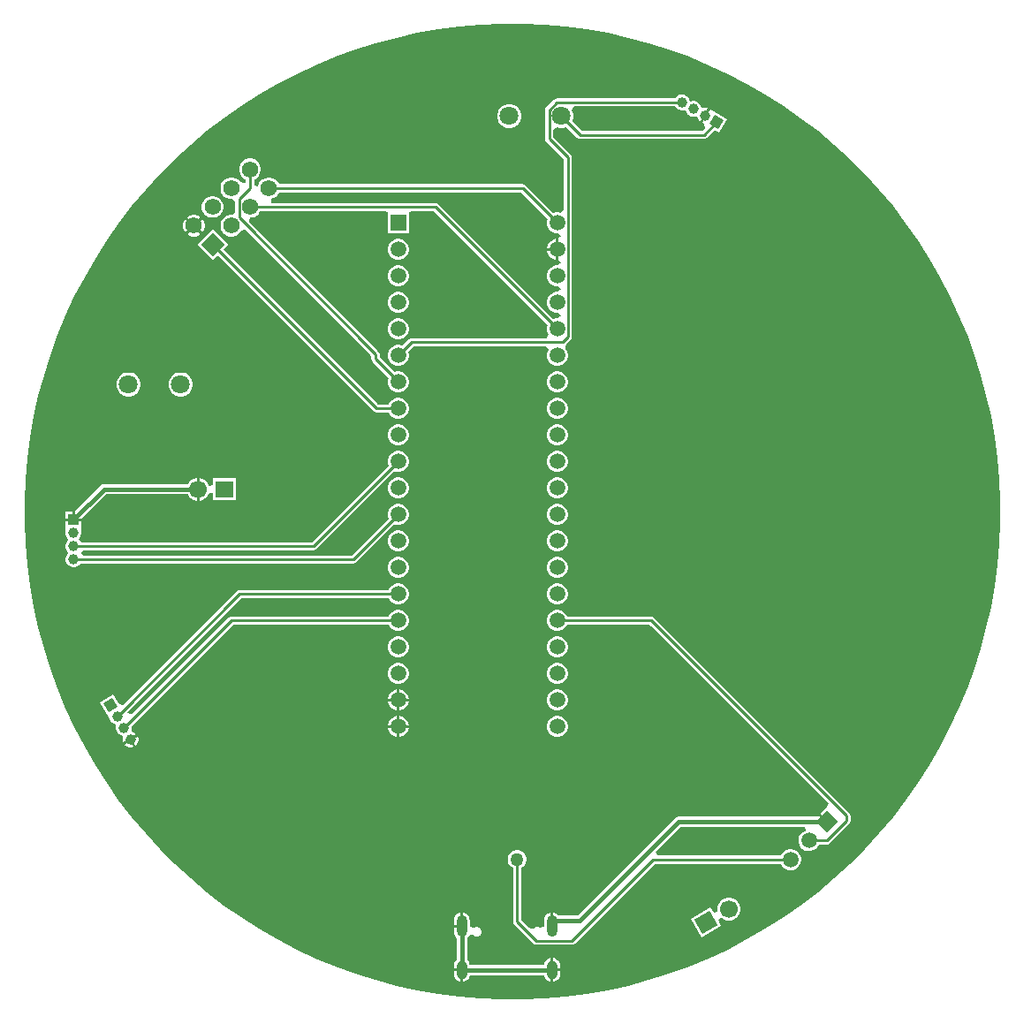
<source format=gbl>
G04*
G04 #@! TF.GenerationSoftware,Altium Limited,Altium Designer,24.6.1 (21)*
G04*
G04 Layer_Physical_Order=2*
G04 Layer_Color=16711680*
%FSLAX25Y25*%
%MOIN*%
G70*
G04*
G04 #@! TF.SameCoordinates,810A1A35-3EFD-48DE-86EF-F02317520920*
G04*
G04*
G04 #@! TF.FilePolarity,Positive*
G04*
G01*
G75*
%ADD11C,0.01000*%
%ADD60C,0.01800*%
G04:AMPARAMS|DCode=61|XSize=66.93mil|YSize=62mil|CornerRadius=0mil|HoleSize=0mil|Usage=FLASHONLY|Rotation=30.000|XOffset=0mil|YOffset=0mil|HoleType=Round|Shape=Rectangle|*
%AMROTATEDRECTD61*
4,1,4,-0.01348,-0.04358,-0.04448,0.01011,0.01348,0.04358,0.04448,-0.01011,-0.01348,-0.04358,0.0*
%
%ADD61ROTATEDRECTD61*%

%ADD62C,0.06693*%
%ADD63C,0.05906*%
%ADD64P,0.08352X4X91.0*%
%ADD65O,0.03937X0.08268*%
%ADD66O,0.03937X0.07087*%
%ADD67C,0.07087*%
%ADD68R,0.03937X0.03937*%
%ADD69C,0.03937*%
%ADD70P,0.05568X4X345.0*%
%ADD71P,0.05568X4X195.0*%
%ADD72P,0.08768X4X90.0*%
%ADD73C,0.06200*%
%ADD74R,0.05906X0.05906*%
%ADD75R,0.06693X0.06200*%
%ADD76C,0.05000*%
G36*
X12042Y183718D02*
X20044Y183017D01*
X28008Y181969D01*
X35918Y180574D01*
X43761Y178835D01*
X51520Y176756D01*
X59181Y174341D01*
X66729Y171594D01*
X74150Y168520D01*
X81431Y165125D01*
X88556Y161416D01*
X95512Y157399D01*
X102287Y153083D01*
X108867Y148476D01*
X115240Y143586D01*
X121393Y138423D01*
X127316Y132996D01*
X132996Y127316D01*
X138423Y121393D01*
X143586Y115240D01*
X148476Y108867D01*
X153083Y102287D01*
X157399Y95512D01*
X161416Y88556D01*
X165125Y81431D01*
X168520Y74150D01*
X171594Y66729D01*
X174341Y59181D01*
X176756Y51520D01*
X178835Y43761D01*
X180574Y35918D01*
X181969Y28008D01*
X183017Y20044D01*
X183718Y12042D01*
X184068Y4016D01*
Y0D01*
Y-4016D01*
X183718Y-12042D01*
X183017Y-20044D01*
X181969Y-28008D01*
X180574Y-35918D01*
X178835Y-43761D01*
X176756Y-51520D01*
X174341Y-59181D01*
X171594Y-66729D01*
X168520Y-74150D01*
X165125Y-81431D01*
X161416Y-88556D01*
X157399Y-95512D01*
X153083Y-102287D01*
X148476Y-108867D01*
X143586Y-115240D01*
X138423Y-121393D01*
X132996Y-127316D01*
X127316Y-132996D01*
X121393Y-138423D01*
X115240Y-143586D01*
X108867Y-148476D01*
X102287Y-153083D01*
X95512Y-157399D01*
X88556Y-161416D01*
X81431Y-165125D01*
X74150Y-168520D01*
X66729Y-171594D01*
X59181Y-174341D01*
X51520Y-176756D01*
X43761Y-178835D01*
X35918Y-180574D01*
X28008Y-181969D01*
X20044Y-183017D01*
X12042Y-183718D01*
X4016Y-184068D01*
X-4016D01*
X-12042Y-183718D01*
X-20044Y-183017D01*
X-28008Y-181969D01*
X-35918Y-180574D01*
X-43761Y-178835D01*
X-51520Y-176756D01*
X-59181Y-174341D01*
X-66729Y-171594D01*
X-74150Y-168520D01*
X-81431Y-165125D01*
X-88556Y-161416D01*
X-95512Y-157399D01*
X-102287Y-153083D01*
X-108867Y-148476D01*
X-115240Y-143586D01*
X-121393Y-138423D01*
X-127316Y-132996D01*
X-132996Y-127316D01*
X-138423Y-121393D01*
X-143586Y-115240D01*
X-148476Y-108867D01*
X-153083Y-102287D01*
X-157399Y-95512D01*
X-161416Y-88556D01*
X-165125Y-81431D01*
X-168520Y-74150D01*
X-171594Y-66729D01*
X-174341Y-59181D01*
X-176756Y-51520D01*
X-178835Y-43761D01*
X-180574Y-35918D01*
X-181969Y-28008D01*
X-183017Y-20044D01*
X-183718Y-12042D01*
X-184068Y-4016D01*
Y0D01*
Y4016D01*
X-183718Y12042D01*
X-183017Y20044D01*
X-181969Y28008D01*
X-180574Y35918D01*
X-178835Y43761D01*
X-176756Y51520D01*
X-174341Y59181D01*
X-171594Y66729D01*
X-168520Y74150D01*
X-165125Y81431D01*
X-161416Y88556D01*
X-157399Y95512D01*
X-153083Y102287D01*
X-148476Y108867D01*
X-143586Y115240D01*
X-138423Y121393D01*
X-132996Y127316D01*
X-127316Y132996D01*
X-121393Y138423D01*
X-115240Y143586D01*
X-108867Y148476D01*
X-102287Y153083D01*
X-95512Y157399D01*
X-88556Y161416D01*
X-81431Y165125D01*
X-74150Y168520D01*
X-66729Y171594D01*
X-59181Y174341D01*
X-51520Y176756D01*
X-43761Y178835D01*
X-35918Y180574D01*
X-28008Y181969D01*
X-20044Y183017D01*
X-12042Y183718D01*
X-4016Y184068D01*
X4016D01*
X12042Y183718D01*
D02*
G37*
%LPC*%
G36*
X64436Y157433D02*
X63654D01*
X62899Y157231D01*
X62222Y156840D01*
X61670Y156287D01*
X61501Y155994D01*
X16864D01*
X16279Y155877D01*
X15783Y155546D01*
X12819Y152581D01*
X12487Y152085D01*
X12371Y151500D01*
Y140800D01*
X12487Y140215D01*
X12819Y139719D01*
X19471Y133066D01*
Y113870D01*
X19226Y113563D01*
X17971Y112832D01*
X17520Y112953D01*
X16480D01*
X15478Y112685D01*
X5010Y123152D01*
X4514Y123484D01*
X3929Y123600D01*
X-88023D01*
X-88037Y123653D01*
X-88577Y124589D01*
X-89340Y125352D01*
X-90275Y125892D01*
X-91318Y126171D01*
X-92398D01*
X-93440Y125892D01*
X-94375Y125352D01*
X-95139Y124589D01*
X-95678Y123653D01*
X-95820Y123124D01*
X-95900Y122828D01*
X-97400Y123025D01*
X-97400Y123244D01*
Y125307D01*
X-97347Y125322D01*
X-96412Y125861D01*
X-95648Y126625D01*
X-95108Y127560D01*
X-94829Y128602D01*
Y129682D01*
X-95108Y130725D01*
X-95648Y131660D01*
X-96412Y132423D01*
X-97347Y132963D01*
X-98389Y133242D01*
X-99469D01*
X-100512Y132963D01*
X-101446Y132423D01*
X-102210Y131660D01*
X-102750Y130725D01*
X-103029Y129682D01*
Y128602D01*
X-102750Y127560D01*
X-102210Y126625D01*
X-101446Y125861D01*
X-100747Y125457D01*
X-100718Y124433D01*
X-100837Y123923D01*
X-100893Y123911D01*
X-102672Y124506D01*
X-102719Y124589D01*
X-103482Y125352D01*
X-104418Y125892D01*
X-105460Y126171D01*
X-106540D01*
X-107582Y125892D01*
X-108518Y125352D01*
X-109281Y124589D01*
X-109821Y123653D01*
X-110100Y122611D01*
Y121531D01*
X-109821Y120489D01*
X-109281Y119553D01*
X-108518Y118790D01*
X-107582Y118250D01*
X-106540Y117971D01*
X-106056D01*
X-105441Y117940D01*
X-104629Y116641D01*
Y112666D01*
X-105460Y112029D01*
X-106540D01*
X-107582Y111750D01*
X-108518Y111210D01*
X-109281Y110447D01*
X-109821Y109511D01*
X-110100Y108469D01*
Y107389D01*
X-109821Y106346D01*
X-109281Y105412D01*
X-108518Y104648D01*
X-107582Y104108D01*
X-106540Y103829D01*
X-105460D01*
X-104418Y104108D01*
X-103482Y104648D01*
X-102719Y105412D01*
X-102418Y105934D01*
X-101145Y106302D01*
X-100644Y106281D01*
X-53129Y58767D01*
Y57600D01*
X-53013Y57015D01*
X-52681Y56519D01*
X-46685Y50522D01*
X-46953Y49520D01*
Y48480D01*
X-46683Y47474D01*
X-46163Y46573D01*
X-45427Y45837D01*
X-44526Y45317D01*
X-43520Y45047D01*
X-42480D01*
X-41474Y45317D01*
X-40573Y45837D01*
X-39837Y46573D01*
X-39317Y47474D01*
X-39047Y48480D01*
Y49520D01*
X-39317Y50526D01*
X-39837Y51427D01*
X-40573Y52163D01*
X-41474Y52683D01*
X-42480Y52953D01*
X-43520D01*
X-44522Y52684D01*
X-50071Y58233D01*
Y59400D01*
X-50187Y59985D01*
X-50519Y60481D01*
X-99437Y109400D01*
X-98816Y110900D01*
X-98389D01*
X-97347Y111179D01*
X-96412Y111719D01*
X-95648Y112483D01*
X-95108Y113417D01*
X-95094Y113471D01*
X-48238D01*
X-46953Y112953D01*
X-46953Y111971D01*
Y105047D01*
X-39047D01*
Y111971D01*
X-39047Y112953D01*
X-37762Y113471D01*
X-29634D01*
X13316Y70522D01*
X13047Y69520D01*
Y68480D01*
X13317Y67474D01*
X13574Y67029D01*
X13033Y65787D01*
X12769Y65529D01*
X-38000D01*
X-38585Y65413D01*
X-39081Y65081D01*
X-41478Y62685D01*
X-42480Y62953D01*
X-43520D01*
X-44526Y62683D01*
X-45427Y62163D01*
X-46163Y61427D01*
X-46683Y60526D01*
X-46953Y59520D01*
Y58480D01*
X-46683Y57474D01*
X-46163Y56573D01*
X-45427Y55837D01*
X-44526Y55317D01*
X-43520Y55047D01*
X-42480D01*
X-41474Y55317D01*
X-40573Y55837D01*
X-39837Y56573D01*
X-39317Y57474D01*
X-39047Y58480D01*
Y59520D01*
X-39316Y60522D01*
X-37367Y62471D01*
X12769D01*
X13033Y62213D01*
X13574Y60971D01*
X13317Y60526D01*
X13047Y59520D01*
Y58480D01*
X13317Y57474D01*
X13837Y56573D01*
X14573Y55837D01*
X15474Y55317D01*
X16480Y55047D01*
X17520D01*
X18526Y55317D01*
X19427Y55837D01*
X20163Y56573D01*
X20683Y57474D01*
X20953Y58480D01*
Y59520D01*
X20683Y60526D01*
X20213Y61340D01*
X20162Y61441D01*
X20083Y62889D01*
X20371Y63209D01*
X22081Y64919D01*
X22413Y65415D01*
X22529Y66000D01*
Y133700D01*
X22413Y134285D01*
X22081Y134781D01*
X15429Y141434D01*
Y144064D01*
X16465Y144822D01*
X16929Y144985D01*
X17907Y144723D01*
X19104D01*
X20259Y145033D01*
X20461Y145149D01*
X24492Y141119D01*
X24988Y140787D01*
X25573Y140671D01*
X72271D01*
X72856Y140787D01*
X73353Y141119D01*
X76234Y144000D01*
X78122Y142909D01*
X81091Y148051D01*
X75949Y151019D01*
D01*
X74631Y151737D01*
X74608Y151760D01*
X73138Y149214D01*
X71669Y146669D01*
X71700Y146660D01*
X72347Y146265D01*
X72683Y144775D01*
X71638Y143729D01*
X26206D01*
X22623Y147312D01*
X22739Y147513D01*
X23049Y148668D01*
Y149864D01*
X22739Y151020D01*
X22500Y151435D01*
X23269Y152929D01*
X23277Y152935D01*
X61501D01*
X61670Y152642D01*
X62222Y152089D01*
X62899Y151698D01*
X63654Y151496D01*
X64436D01*
X65256Y151561D01*
X65609Y150819D01*
X66000Y150142D01*
X66553Y149589D01*
X67229Y149198D01*
X67984Y148996D01*
X68766D01*
X69586Y149062D01*
X69939Y148319D01*
X70330Y147642D01*
X70803Y147169D01*
X72272Y149714D01*
X73742Y152260D01*
X73096Y152433D01*
X72315D01*
X71495Y152367D01*
X71141Y153110D01*
X70751Y153787D01*
X70198Y154340D01*
X69521Y154731D01*
X68766Y154933D01*
X67984D01*
X67164Y154867D01*
X66811Y155610D01*
X66421Y156287D01*
X65868Y156840D01*
X65191Y157231D01*
X64436Y157433D01*
D02*
G37*
G36*
X-581Y153810D02*
X-1778D01*
X-2933Y153500D01*
X-3969Y152902D01*
X-4815Y152056D01*
X-5413Y151020D01*
X-5723Y149864D01*
Y148668D01*
X-5413Y147513D01*
X-4815Y146477D01*
X-3969Y145631D01*
X-2933Y145033D01*
X-1778Y144723D01*
X-581D01*
X574Y145033D01*
X1610Y145631D01*
X2456Y146477D01*
X3054Y147513D01*
X3364Y148668D01*
Y149864D01*
X3054Y151020D01*
X2456Y152056D01*
X1610Y152902D01*
X574Y153500D01*
X-581Y153810D01*
D02*
G37*
G36*
X-112531Y119100D02*
X-113611D01*
X-114654Y118821D01*
X-115588Y118281D01*
X-116352Y117517D01*
X-116892Y116583D01*
X-117171Y115540D01*
Y114460D01*
X-116892Y113417D01*
X-116352Y112483D01*
X-115588Y111719D01*
X-114654Y111179D01*
X-113611Y110900D01*
X-112531D01*
X-111488Y111179D01*
X-110554Y111719D01*
X-109790Y112483D01*
X-109250Y113417D01*
X-108971Y114460D01*
Y115540D01*
X-109250Y116583D01*
X-109790Y117517D01*
X-110554Y118281D01*
X-111488Y118821D01*
X-112531Y119100D01*
D02*
G37*
G36*
X-119602Y112029D02*
X-120682D01*
X-121725Y111750D01*
X-122660Y111210D01*
X-122688Y111182D01*
X-120142Y108636D01*
X-117597Y111182D01*
X-117625Y111210D01*
X-118560Y111750D01*
X-119602Y112029D01*
D02*
G37*
G36*
X-116890Y110475D02*
X-119435Y107929D01*
X-116890Y105383D01*
X-116861Y105412D01*
X-116322Y106346D01*
X-116042Y107389D01*
Y108469D01*
X-116322Y109511D01*
X-116861Y110447D01*
X-116890Y110475D01*
D02*
G37*
G36*
X-123395D02*
X-123423Y110447D01*
X-123963Y109511D01*
X-124242Y108469D01*
Y107389D01*
X-123963Y106346D01*
X-123423Y105412D01*
X-123395Y105383D01*
X-120849Y107929D01*
X-123395Y110475D01*
D02*
G37*
G36*
X-120142Y107222D02*
X-122688Y104676D01*
X-122660Y104648D01*
X-121725Y104108D01*
X-120682Y103829D01*
X-119602D01*
X-118560Y104108D01*
X-117625Y104648D01*
X-117597Y104676D01*
X-120142Y107222D01*
D02*
G37*
G36*
X-42480Y102953D02*
X-43520D01*
X-44526Y102683D01*
X-45427Y102163D01*
X-46163Y101427D01*
X-46683Y100526D01*
X-46953Y99520D01*
Y98480D01*
X-46683Y97474D01*
X-46163Y96573D01*
X-45427Y95837D01*
X-44526Y95317D01*
X-43520Y95047D01*
X-42480D01*
X-41474Y95317D01*
X-40573Y95837D01*
X-39837Y96573D01*
X-39317Y97474D01*
X-39047Y98480D01*
Y99520D01*
X-39317Y100526D01*
X-39837Y101427D01*
X-40573Y102163D01*
X-41474Y102683D01*
X-42480Y102953D01*
D02*
G37*
G36*
Y92953D02*
X-43520D01*
X-44526Y92683D01*
X-45427Y92163D01*
X-46163Y91427D01*
X-46683Y90526D01*
X-46953Y89520D01*
Y88480D01*
X-46683Y87474D01*
X-46163Y86573D01*
X-45427Y85837D01*
X-44526Y85317D01*
X-43520Y85047D01*
X-42480D01*
X-41474Y85317D01*
X-40573Y85837D01*
X-39837Y86573D01*
X-39317Y87474D01*
X-39047Y88480D01*
Y89520D01*
X-39317Y90526D01*
X-39837Y91427D01*
X-40573Y92163D01*
X-41474Y92683D01*
X-42480Y92953D01*
D02*
G37*
G36*
Y82953D02*
X-43520D01*
X-44526Y82683D01*
X-45427Y82163D01*
X-46163Y81427D01*
X-46683Y80526D01*
X-46953Y79520D01*
Y78480D01*
X-46683Y77474D01*
X-46163Y76573D01*
X-45427Y75837D01*
X-44526Y75317D01*
X-43520Y75047D01*
X-42480D01*
X-41474Y75317D01*
X-40573Y75837D01*
X-39837Y76573D01*
X-39317Y77474D01*
X-39047Y78480D01*
Y79520D01*
X-39317Y80526D01*
X-39837Y81427D01*
X-40573Y82163D01*
X-41474Y82683D01*
X-42480Y82953D01*
D02*
G37*
G36*
Y72953D02*
X-43520D01*
X-44526Y72683D01*
X-45427Y72163D01*
X-46163Y71427D01*
X-46683Y70526D01*
X-46953Y69520D01*
Y68480D01*
X-46683Y67474D01*
X-46163Y66573D01*
X-45427Y65837D01*
X-44526Y65317D01*
X-43520Y65047D01*
X-42480D01*
X-41474Y65317D01*
X-40573Y65837D01*
X-39837Y66573D01*
X-39317Y67474D01*
X-39047Y68480D01*
Y69520D01*
X-39317Y70526D01*
X-39837Y71427D01*
X-40573Y72163D01*
X-41474Y72683D01*
X-42480Y72953D01*
D02*
G37*
G36*
X17520Y52953D02*
X16480D01*
X15474Y52683D01*
X14573Y52163D01*
X13837Y51427D01*
X13317Y50526D01*
X13047Y49520D01*
Y48480D01*
X13317Y47474D01*
X13837Y46573D01*
X14573Y45837D01*
X15474Y45317D01*
X16480Y45047D01*
X17520D01*
X18526Y45317D01*
X19427Y45837D01*
X20163Y46573D01*
X20683Y47474D01*
X20953Y48480D01*
Y49520D01*
X20683Y50526D01*
X20163Y51427D01*
X19427Y52163D01*
X18526Y52683D01*
X17520Y52953D01*
D02*
G37*
G36*
X-124511Y52543D02*
X-125707D01*
X-126863Y52234D01*
X-127899Y51635D01*
X-128744Y50790D01*
X-129343Y49754D01*
X-129652Y48598D01*
Y47402D01*
X-129343Y46246D01*
X-128744Y45210D01*
X-127899Y44365D01*
X-126863Y43766D01*
X-125707Y43457D01*
X-124511D01*
X-123355Y43766D01*
X-122319Y44365D01*
X-121474Y45210D01*
X-120875Y46246D01*
X-120566Y47402D01*
Y48598D01*
X-120875Y49754D01*
X-121474Y50790D01*
X-122319Y51635D01*
X-123355Y52234D01*
X-124511Y52543D01*
D02*
G37*
G36*
X-144196D02*
X-145392D01*
X-146548Y52234D01*
X-147584Y51635D01*
X-148430Y50790D01*
X-149028Y49754D01*
X-149337Y48598D01*
Y47402D01*
X-149028Y46246D01*
X-148430Y45210D01*
X-147584Y44365D01*
X-146548Y43766D01*
X-145392Y43457D01*
X-144196D01*
X-143040Y43766D01*
X-142004Y44365D01*
X-141158Y45210D01*
X-140560Y46246D01*
X-140251Y47402D01*
Y48598D01*
X-140560Y49754D01*
X-141158Y50790D01*
X-142004Y51635D01*
X-143040Y52234D01*
X-144196Y52543D01*
D02*
G37*
G36*
X17520Y42953D02*
X16480D01*
X15474Y42683D01*
X14573Y42163D01*
X13837Y41427D01*
X13317Y40526D01*
X13047Y39520D01*
Y38480D01*
X13317Y37474D01*
X13837Y36573D01*
X14573Y35837D01*
X15474Y35317D01*
X16480Y35047D01*
X17520D01*
X18526Y35317D01*
X19427Y35837D01*
X20163Y36573D01*
X20683Y37474D01*
X20953Y38480D01*
Y39520D01*
X20683Y40526D01*
X20163Y41427D01*
X19427Y42163D01*
X18526Y42683D01*
X17520Y42953D01*
D02*
G37*
G36*
X-113071Y106656D02*
X-118869Y100858D01*
X-113071Y95060D01*
X-111253Y96877D01*
X-52295Y37919D01*
X-51798Y37587D01*
X-51213Y37471D01*
X-46681D01*
X-46163Y36573D01*
X-45427Y35837D01*
X-44526Y35317D01*
X-43520Y35047D01*
X-42480D01*
X-41474Y35317D01*
X-40573Y35837D01*
X-39837Y36573D01*
X-39317Y37474D01*
X-39047Y38480D01*
Y39520D01*
X-39317Y40526D01*
X-39837Y41427D01*
X-40573Y42163D01*
X-41474Y42683D01*
X-42480Y42953D01*
X-43520D01*
X-44526Y42683D01*
X-45427Y42163D01*
X-46163Y41427D01*
X-46681Y40529D01*
X-50580D01*
X-109090Y99040D01*
X-107273Y100858D01*
X-113071Y106656D01*
D02*
G37*
G36*
X17520Y32953D02*
X16480D01*
X15474Y32683D01*
X14573Y32163D01*
X13837Y31427D01*
X13317Y30526D01*
X13047Y29520D01*
Y28480D01*
X13317Y27474D01*
X13837Y26573D01*
X14573Y25837D01*
X15474Y25317D01*
X16480Y25047D01*
X17520D01*
X18526Y25317D01*
X19427Y25837D01*
X20163Y26573D01*
X20683Y27474D01*
X20953Y28480D01*
Y29520D01*
X20683Y30526D01*
X20163Y31427D01*
X19427Y32163D01*
X18526Y32683D01*
X17520Y32953D01*
D02*
G37*
G36*
X-42480D02*
X-43520D01*
X-44526Y32683D01*
X-45427Y32163D01*
X-46163Y31427D01*
X-46683Y30526D01*
X-46953Y29520D01*
Y28480D01*
X-46683Y27474D01*
X-46163Y26573D01*
X-45427Y25837D01*
X-44526Y25317D01*
X-43520Y25047D01*
X-42480D01*
X-41474Y25317D01*
X-40573Y25837D01*
X-39837Y26573D01*
X-39317Y27474D01*
X-39047Y28480D01*
Y29520D01*
X-39317Y30526D01*
X-39837Y31427D01*
X-40573Y32163D01*
X-41474Y32683D01*
X-42480Y32953D01*
D02*
G37*
G36*
X17520Y22953D02*
X16480D01*
X15474Y22683D01*
X14573Y22163D01*
X13837Y21427D01*
X13317Y20526D01*
X13047Y19520D01*
Y18480D01*
X13317Y17474D01*
X13837Y16573D01*
X14573Y15837D01*
X15474Y15317D01*
X16480Y15047D01*
X17520D01*
X18526Y15317D01*
X19427Y15837D01*
X20163Y16573D01*
X20683Y17474D01*
X20953Y18480D01*
Y19520D01*
X20683Y20526D01*
X20163Y21427D01*
X19427Y22163D01*
X18526Y22683D01*
X17520Y22953D01*
D02*
G37*
G36*
X-42480D02*
X-43520D01*
X-44526Y22683D01*
X-45427Y22163D01*
X-46163Y21427D01*
X-46683Y20526D01*
X-46953Y19520D01*
Y18480D01*
X-46685Y17478D01*
X-75634Y-11471D01*
X-162743D01*
X-163485Y-10283D01*
X-163168Y-9823D01*
X-162777Y-9146D01*
X-162575Y-8391D01*
Y-7609D01*
X-162613Y-7468D01*
X-162575Y-5968D01*
X-162575D01*
Y-3500D01*
X-165543D01*
X-168512D01*
Y-5968D01*
X-168512Y-5968D01*
X-168474Y-7468D01*
X-168512Y-7609D01*
Y-8391D01*
X-168310Y-9146D01*
X-167919Y-9823D01*
X-167452Y-10500D01*
X-167919Y-11177D01*
X-168310Y-11854D01*
X-168512Y-12609D01*
Y-13391D01*
X-168310Y-14146D01*
X-167919Y-14823D01*
X-167452Y-15500D01*
X-167919Y-16177D01*
X-168310Y-16854D01*
X-168512Y-17609D01*
Y-18391D01*
X-168310Y-19146D01*
X-167919Y-19823D01*
X-167366Y-20375D01*
X-166689Y-20766D01*
X-165934Y-20968D01*
X-165153D01*
X-164398Y-20766D01*
X-163721Y-20375D01*
X-163168Y-19823D01*
X-162999Y-19529D01*
X-60000D01*
X-59415Y-19413D01*
X-58919Y-19081D01*
X-44522Y-4685D01*
X-43520Y-4953D01*
X-42480D01*
X-41474Y-4683D01*
X-40573Y-4163D01*
X-39837Y-3427D01*
X-39317Y-2526D01*
X-39047Y-1520D01*
Y-480D01*
X-39317Y526D01*
X-39837Y1427D01*
X-40573Y2163D01*
X-41474Y2683D01*
X-42480Y2953D01*
X-43520D01*
X-44526Y2683D01*
X-45427Y2163D01*
X-46163Y1427D01*
X-46683Y526D01*
X-46953Y-480D01*
Y-1520D01*
X-46685Y-2522D01*
X-60633Y-16471D01*
X-161880D01*
X-162443Y-15500D01*
X-161880Y-14529D01*
X-75000D01*
X-74415Y-14413D01*
X-73919Y-14081D01*
X-44522Y15315D01*
X-43520Y15047D01*
X-42480D01*
X-41474Y15317D01*
X-40573Y15837D01*
X-39837Y16573D01*
X-39317Y17474D01*
X-39047Y18480D01*
Y19520D01*
X-39317Y20526D01*
X-39837Y21427D01*
X-40573Y22163D01*
X-41474Y22683D01*
X-42480Y22953D01*
D02*
G37*
G36*
X17520Y12953D02*
X16480D01*
X15474Y12683D01*
X14573Y12163D01*
X13837Y11427D01*
X13317Y10526D01*
X13047Y9520D01*
Y8480D01*
X13317Y7474D01*
X13837Y6573D01*
X14573Y5837D01*
X15474Y5317D01*
X16480Y5047D01*
X17520D01*
X18526Y5317D01*
X19427Y5837D01*
X20163Y6573D01*
X20683Y7474D01*
X20953Y8480D01*
Y9520D01*
X20683Y10526D01*
X20163Y11427D01*
X19427Y12163D01*
X18526Y12683D01*
X17520Y12953D01*
D02*
G37*
G36*
X-42480D02*
X-43520D01*
X-44526Y12683D01*
X-45427Y12163D01*
X-46163Y11427D01*
X-46683Y10526D01*
X-46953Y9520D01*
Y8480D01*
X-46683Y7474D01*
X-46163Y6573D01*
X-45427Y5837D01*
X-44526Y5317D01*
X-43520Y5047D01*
X-42480D01*
X-41474Y5317D01*
X-40573Y5837D01*
X-39837Y6573D01*
X-39317Y7474D01*
X-39047Y8480D01*
Y9520D01*
X-39317Y10526D01*
X-39837Y11427D01*
X-40573Y12163D01*
X-41474Y12683D01*
X-42480Y12953D01*
D02*
G37*
G36*
X-117928Y12846D02*
X-118000D01*
Y8500D01*
Y4154D01*
X-117928D01*
X-116822Y4450D01*
X-115831Y5022D01*
X-115022Y5831D01*
X-114450Y6822D01*
X-114347Y7208D01*
X-112847Y7010D01*
Y4400D01*
X-104154D01*
Y12600D01*
X-112847D01*
Y9990D01*
X-114347Y9792D01*
X-114450Y10178D01*
X-115022Y11169D01*
X-115831Y11978D01*
X-116822Y12550D01*
X-117928Y12846D01*
D02*
G37*
G36*
X-119000D02*
X-119072D01*
X-120178Y12550D01*
X-121169Y11978D01*
X-121978Y11169D01*
X-122400Y10437D01*
X-154043D01*
X-154785Y10290D01*
X-155413Y9870D01*
X-165043Y240D01*
Y-2500D01*
X-162304D01*
X-153241Y6563D01*
X-122400D01*
X-121978Y5831D01*
X-121169Y5022D01*
X-120178Y4450D01*
X-119072Y4154D01*
X-119000D01*
Y8500D01*
Y12846D01*
D02*
G37*
G36*
X-166043Y-32D02*
X-168512D01*
Y-2500D01*
X-166043D01*
Y-32D01*
D02*
G37*
G36*
X17520Y2953D02*
X16480D01*
X15474Y2683D01*
X14573Y2163D01*
X13837Y1427D01*
X13317Y526D01*
X13047Y-480D01*
Y-1520D01*
X13317Y-2526D01*
X13837Y-3427D01*
X14573Y-4163D01*
X15474Y-4683D01*
X16480Y-4953D01*
X17520D01*
X18526Y-4683D01*
X19427Y-4163D01*
X20163Y-3427D01*
X20683Y-2526D01*
X20953Y-1520D01*
Y-480D01*
X20683Y526D01*
X20163Y1427D01*
X19427Y2163D01*
X18526Y2683D01*
X17520Y2953D01*
D02*
G37*
G36*
Y-7047D02*
X16480D01*
X15474Y-7317D01*
X14573Y-7837D01*
X13837Y-8573D01*
X13317Y-9474D01*
X13047Y-10480D01*
Y-11520D01*
X13317Y-12526D01*
X13837Y-13427D01*
X14573Y-14163D01*
X15474Y-14683D01*
X16480Y-14953D01*
X17520D01*
X18526Y-14683D01*
X19427Y-14163D01*
X20163Y-13427D01*
X20683Y-12526D01*
X20953Y-11520D01*
Y-10480D01*
X20683Y-9474D01*
X20163Y-8573D01*
X19427Y-7837D01*
X18526Y-7317D01*
X17520Y-7047D01*
D02*
G37*
G36*
X-42480D02*
X-43520D01*
X-44526Y-7317D01*
X-45427Y-7837D01*
X-46163Y-8573D01*
X-46683Y-9474D01*
X-46953Y-10480D01*
Y-11520D01*
X-46683Y-12526D01*
X-46163Y-13427D01*
X-45427Y-14163D01*
X-44526Y-14683D01*
X-43520Y-14953D01*
X-42480D01*
X-41474Y-14683D01*
X-40573Y-14163D01*
X-39837Y-13427D01*
X-39317Y-12526D01*
X-39047Y-11520D01*
Y-10480D01*
X-39317Y-9474D01*
X-39837Y-8573D01*
X-40573Y-7837D01*
X-41474Y-7317D01*
X-42480Y-7047D01*
D02*
G37*
G36*
X17520Y-17047D02*
X16480D01*
X15474Y-17317D01*
X14573Y-17837D01*
X13837Y-18573D01*
X13317Y-19474D01*
X13047Y-20480D01*
Y-21520D01*
X13317Y-22526D01*
X13837Y-23427D01*
X14573Y-24163D01*
X15474Y-24683D01*
X16480Y-24953D01*
X17520D01*
X18526Y-24683D01*
X19427Y-24163D01*
X20163Y-23427D01*
X20683Y-22526D01*
X20953Y-21520D01*
Y-20480D01*
X20683Y-19474D01*
X20163Y-18573D01*
X19427Y-17837D01*
X18526Y-17317D01*
X17520Y-17047D01*
D02*
G37*
G36*
X-42480D02*
X-43520D01*
X-44526Y-17317D01*
X-45427Y-17837D01*
X-46163Y-18573D01*
X-46683Y-19474D01*
X-46953Y-20480D01*
Y-21520D01*
X-46683Y-22526D01*
X-46163Y-23427D01*
X-45427Y-24163D01*
X-44526Y-24683D01*
X-43520Y-24953D01*
X-42480D01*
X-41474Y-24683D01*
X-40573Y-24163D01*
X-39837Y-23427D01*
X-39317Y-22526D01*
X-39047Y-21520D01*
Y-20480D01*
X-39317Y-19474D01*
X-39837Y-18573D01*
X-40573Y-17837D01*
X-41474Y-17317D01*
X-42480Y-17047D01*
D02*
G37*
G36*
X17520Y-27047D02*
X16480D01*
X15474Y-27317D01*
X14573Y-27837D01*
X13837Y-28573D01*
X13317Y-29474D01*
X13047Y-30480D01*
Y-31520D01*
X13317Y-32526D01*
X13837Y-33427D01*
X14573Y-34163D01*
X15474Y-34683D01*
X16480Y-34953D01*
X17520D01*
X18526Y-34683D01*
X19427Y-34163D01*
X20163Y-33427D01*
X20683Y-32526D01*
X20953Y-31520D01*
Y-30480D01*
X20683Y-29474D01*
X20163Y-28573D01*
X19427Y-27837D01*
X18526Y-27317D01*
X17520Y-27047D01*
D02*
G37*
G36*
X-42480D02*
X-43520D01*
X-44526Y-27317D01*
X-45427Y-27837D01*
X-46163Y-28573D01*
X-46681Y-29471D01*
X-102812D01*
X-103398Y-29587D01*
X-103894Y-29919D01*
X-146819Y-72843D01*
X-148306Y-72648D01*
X-150485Y-68874D01*
X-155626Y-71842D01*
X-152658Y-76984D01*
X-152658Y-76984D01*
X-151875Y-78264D01*
X-151837Y-78405D01*
X-151447Y-79082D01*
X-150894Y-79634D01*
X-150217Y-80025D01*
X-149474Y-80378D01*
X-149539Y-81198D01*
Y-81980D01*
X-149337Y-82735D01*
X-148946Y-83412D01*
X-148394Y-83965D01*
X-147717Y-84355D01*
X-146974Y-84708D01*
X-147040Y-85528D01*
Y-86310D01*
X-146867Y-86956D01*
X-144321Y-85486D01*
X-141776Y-84017D01*
X-142248Y-83544D01*
X-142925Y-83153D01*
X-143668Y-82800D01*
X-143603Y-81980D01*
Y-81198D01*
X-143690Y-80871D01*
X-105348Y-42529D01*
X-46681D01*
X-46163Y-43427D01*
X-45427Y-44163D01*
X-44526Y-44683D01*
X-43520Y-44953D01*
X-42480D01*
X-41474Y-44683D01*
X-40573Y-44163D01*
X-39837Y-43427D01*
X-39317Y-42526D01*
X-39047Y-41520D01*
Y-40480D01*
X-39317Y-39474D01*
X-39837Y-38573D01*
X-40573Y-37837D01*
X-41474Y-37317D01*
X-42480Y-37047D01*
X-43520D01*
X-44526Y-37317D01*
X-45427Y-37837D01*
X-46163Y-38573D01*
X-46681Y-39471D01*
X-105982D01*
X-106567Y-39587D01*
X-107063Y-39919D01*
X-143544Y-76399D01*
X-145177Y-75911D01*
X-145244Y-75594D01*
X-102179Y-32529D01*
X-46681D01*
X-46163Y-33427D01*
X-45427Y-34163D01*
X-44526Y-34683D01*
X-43520Y-34953D01*
X-42480D01*
X-41474Y-34683D01*
X-40573Y-34163D01*
X-39837Y-33427D01*
X-39317Y-32526D01*
X-39047Y-31520D01*
Y-30480D01*
X-39317Y-29474D01*
X-39837Y-28573D01*
X-40573Y-27837D01*
X-41474Y-27317D01*
X-42480Y-27047D01*
D02*
G37*
G36*
X17520Y-47047D02*
X16480D01*
X15474Y-47317D01*
X14573Y-47837D01*
X13837Y-48573D01*
X13317Y-49474D01*
X13047Y-50480D01*
Y-51520D01*
X13317Y-52526D01*
X13837Y-53427D01*
X14573Y-54163D01*
X15474Y-54683D01*
X16480Y-54953D01*
X17520D01*
X18526Y-54683D01*
X19427Y-54163D01*
X20163Y-53427D01*
X20683Y-52526D01*
X20953Y-51520D01*
Y-50480D01*
X20683Y-49474D01*
X20163Y-48573D01*
X19427Y-47837D01*
X18526Y-47317D01*
X17520Y-47047D01*
D02*
G37*
G36*
X-42480D02*
X-43520D01*
X-44526Y-47317D01*
X-45427Y-47837D01*
X-46163Y-48573D01*
X-46683Y-49474D01*
X-46953Y-50480D01*
Y-51520D01*
X-46683Y-52526D01*
X-46163Y-53427D01*
X-45427Y-54163D01*
X-44526Y-54683D01*
X-43520Y-54953D01*
X-42480D01*
X-41474Y-54683D01*
X-40573Y-54163D01*
X-39837Y-53427D01*
X-39317Y-52526D01*
X-39047Y-51520D01*
Y-50480D01*
X-39317Y-49474D01*
X-39837Y-48573D01*
X-40573Y-47837D01*
X-41474Y-47317D01*
X-42480Y-47047D01*
D02*
G37*
G36*
X17520Y-57047D02*
X16480D01*
X15474Y-57317D01*
X14573Y-57837D01*
X13837Y-58573D01*
X13317Y-59474D01*
X13047Y-60480D01*
Y-61520D01*
X13317Y-62526D01*
X13837Y-63427D01*
X14573Y-64163D01*
X15474Y-64683D01*
X16480Y-64953D01*
X17520D01*
X18526Y-64683D01*
X19427Y-64163D01*
X20163Y-63427D01*
X20683Y-62526D01*
X20953Y-61520D01*
Y-60480D01*
X20683Y-59474D01*
X20163Y-58573D01*
X19427Y-57837D01*
X18526Y-57317D01*
X17520Y-57047D01*
D02*
G37*
G36*
X-42480D02*
X-43520D01*
X-44526Y-57317D01*
X-45427Y-57837D01*
X-46163Y-58573D01*
X-46683Y-59474D01*
X-46953Y-60480D01*
Y-61520D01*
X-46683Y-62526D01*
X-46163Y-63427D01*
X-45427Y-64163D01*
X-44526Y-64683D01*
X-43520Y-64953D01*
X-42480D01*
X-41474Y-64683D01*
X-40573Y-64163D01*
X-39837Y-63427D01*
X-39317Y-62526D01*
X-39047Y-61520D01*
Y-60480D01*
X-39317Y-59474D01*
X-39837Y-58573D01*
X-40573Y-57837D01*
X-41474Y-57317D01*
X-42480Y-57047D01*
D02*
G37*
G36*
Y-67047D02*
X-42500D01*
Y-70500D01*
X-39047D01*
Y-70480D01*
X-39317Y-69474D01*
X-39837Y-68573D01*
X-40573Y-67837D01*
X-41474Y-67317D01*
X-42480Y-67047D01*
D02*
G37*
G36*
X-43500D02*
X-43520D01*
X-44526Y-67317D01*
X-45427Y-67837D01*
X-46163Y-68573D01*
X-46683Y-69474D01*
X-46953Y-70480D01*
Y-70500D01*
X-43500D01*
Y-67047D01*
D02*
G37*
G36*
X17520D02*
X16480D01*
X15474Y-67317D01*
X14573Y-67837D01*
X13837Y-68573D01*
X13317Y-69474D01*
X13047Y-70480D01*
Y-71520D01*
X13317Y-72526D01*
X13837Y-73427D01*
X14573Y-74163D01*
X15474Y-74683D01*
X16480Y-74953D01*
X17520D01*
X18526Y-74683D01*
X19427Y-74163D01*
X20163Y-73427D01*
X20683Y-72526D01*
X20953Y-71520D01*
Y-70480D01*
X20683Y-69474D01*
X20163Y-68573D01*
X19427Y-67837D01*
X18526Y-67317D01*
X17520Y-67047D01*
D02*
G37*
G36*
X-39047Y-71500D02*
X-42500D01*
Y-74953D01*
X-42480D01*
X-41474Y-74683D01*
X-40573Y-74163D01*
X-39837Y-73427D01*
X-39317Y-72526D01*
X-39047Y-71520D01*
Y-71500D01*
D02*
G37*
G36*
X-43500D02*
X-46953D01*
Y-71520D01*
X-46683Y-72526D01*
X-46163Y-73427D01*
X-45427Y-74163D01*
X-44526Y-74683D01*
X-43520Y-74953D01*
X-43500D01*
Y-71500D01*
D02*
G37*
G36*
X-42480Y-77047D02*
X-42500D01*
Y-80500D01*
X-39047D01*
Y-80480D01*
X-39317Y-79474D01*
X-39837Y-78573D01*
X-40573Y-77837D01*
X-41474Y-77317D01*
X-42480Y-77047D01*
D02*
G37*
G36*
X-43500D02*
X-43520D01*
X-44526Y-77317D01*
X-45427Y-77837D01*
X-46163Y-78573D01*
X-46683Y-79474D01*
X-46953Y-80480D01*
Y-80500D01*
X-43500D01*
Y-77047D01*
D02*
G37*
G36*
X17520D02*
X16480D01*
X15474Y-77317D01*
X14573Y-77837D01*
X13837Y-78573D01*
X13317Y-79474D01*
X13047Y-80480D01*
Y-81520D01*
X13317Y-82526D01*
X13837Y-83427D01*
X14573Y-84163D01*
X15474Y-84683D01*
X16480Y-84953D01*
X17520D01*
X18526Y-84683D01*
X19427Y-84163D01*
X20163Y-83427D01*
X20683Y-82526D01*
X20953Y-81520D01*
Y-80480D01*
X20683Y-79474D01*
X20163Y-78573D01*
X19427Y-77837D01*
X18526Y-77317D01*
X17520Y-77047D01*
D02*
G37*
G36*
X-39047Y-81500D02*
X-42500D01*
Y-84953D01*
X-42480D01*
X-41474Y-84683D01*
X-40573Y-84163D01*
X-39837Y-83427D01*
X-39317Y-82526D01*
X-39047Y-81520D01*
Y-81500D01*
D02*
G37*
G36*
X-43500D02*
X-46953D01*
Y-81520D01*
X-46683Y-82526D01*
X-46163Y-83427D01*
X-45427Y-84163D01*
X-44526Y-84683D01*
X-43520Y-84953D01*
X-43500D01*
Y-81500D01*
D02*
G37*
G36*
X-141276Y-84883D02*
X-143388Y-86102D01*
X-142169Y-88215D01*
X-141696Y-87742D01*
X-141305Y-87065D01*
X-141103Y-86310D01*
Y-85528D01*
X-141276Y-84883D01*
D02*
G37*
G36*
X-144254Y-86602D02*
X-146367Y-87822D01*
X-145894Y-88295D01*
X-145217Y-88685D01*
X-144462Y-88888D01*
X-143680D01*
X-143035Y-88715D01*
X-144254Y-86602D01*
D02*
G37*
G36*
X17520Y-37047D02*
X16480D01*
X15474Y-37317D01*
X14573Y-37837D01*
X13837Y-38573D01*
X13317Y-39474D01*
X13047Y-40480D01*
Y-41520D01*
X13317Y-42526D01*
X13837Y-43427D01*
X14573Y-44163D01*
X15474Y-44683D01*
X16480Y-44953D01*
X17520D01*
X18526Y-44683D01*
X19427Y-44163D01*
X20163Y-43427D01*
X20681Y-42529D01*
X51767D01*
X119249Y-110012D01*
X118776Y-111315D01*
X116377Y-113798D01*
X119220Y-116544D01*
X118526Y-117264D01*
X115682Y-114518D01*
X115249Y-114967D01*
X62796D01*
X62055Y-115114D01*
X61426Y-115534D01*
X24698Y-152263D01*
X17249D01*
X17125Y-152102D01*
X16505Y-151626D01*
X15783Y-151327D01*
X15508Y-151290D01*
Y-156384D01*
X14508D01*
Y-151290D01*
X14233Y-151327D01*
X13511Y-151626D01*
X12891Y-152102D01*
X12415Y-152722D01*
X12116Y-153444D01*
X12014Y-154219D01*
Y-156441D01*
X11832Y-156594D01*
X10514Y-156989D01*
X10473Y-156949D01*
X10375Y-156910D01*
X10299Y-156835D01*
X9834Y-156645D01*
X9727Y-156646D01*
X9629Y-156605D01*
X9127Y-156605D01*
X9029Y-156646D01*
X8922Y-156645D01*
X8457Y-156835D01*
X8381Y-156910D01*
X8283Y-156950D01*
X7924Y-157301D01*
X6912Y-157184D01*
X6373Y-157010D01*
X3329Y-153966D01*
Y-134359D01*
X3949Y-134001D01*
X4601Y-133349D01*
X5062Y-132551D01*
X5300Y-131661D01*
Y-130739D01*
X5062Y-129849D01*
X4601Y-129051D01*
X3949Y-128399D01*
X3151Y-127938D01*
X2261Y-127700D01*
X1339D01*
X449Y-127938D01*
X-349Y-128399D01*
X-1001Y-129051D01*
X-1462Y-129849D01*
X-1700Y-130739D01*
Y-131661D01*
X-1462Y-132551D01*
X-1001Y-133349D01*
X-349Y-134001D01*
X271Y-134359D01*
Y-154600D01*
X387Y-155185D01*
X719Y-155681D01*
X7919Y-162881D01*
X8415Y-163213D01*
X9000Y-163329D01*
X22500D01*
X23085Y-163213D01*
X23581Y-162881D01*
X53643Y-132820D01*
X101306D01*
X101324Y-132880D01*
X101860Y-133773D01*
X102609Y-134495D01*
X103519Y-135000D01*
X104529Y-135252D01*
X105569Y-135234D01*
X106570Y-134947D01*
X107462Y-134411D01*
X108185Y-133662D01*
X108689Y-132752D01*
X108941Y-131742D01*
X108923Y-130701D01*
X108636Y-129701D01*
X108100Y-128809D01*
X107352Y-128086D01*
X106441Y-127581D01*
X105431Y-127329D01*
X104391Y-127348D01*
X103390Y-127634D01*
X102498Y-128171D01*
X101775Y-128919D01*
X101308Y-129761D01*
X54800D01*
X54178Y-128261D01*
X63598Y-118841D01*
X110475D01*
X110686Y-120341D01*
X110337Y-120441D01*
X109445Y-120977D01*
X108722Y-121726D01*
X108217Y-122636D01*
X107965Y-123646D01*
X107984Y-124687D01*
X108270Y-125687D01*
X108806Y-126579D01*
X109555Y-127302D01*
X110465Y-127807D01*
X111475Y-128059D01*
X112516Y-128041D01*
X113516Y-127754D01*
X114409Y-127218D01*
X115131Y-126469D01*
X115598Y-125627D01*
X118603D01*
X119188Y-125510D01*
X119684Y-125179D01*
X127181Y-117681D01*
X127513Y-117185D01*
X127629Y-116600D01*
Y-114700D01*
X127513Y-114115D01*
X127181Y-113619D01*
X53481Y-39919D01*
X52985Y-39587D01*
X52400Y-39471D01*
X20681D01*
X20163Y-38573D01*
X19427Y-37837D01*
X18526Y-37317D01*
X17520Y-37047D01*
D02*
G37*
G36*
X82288Y-145507D02*
X81144Y-145507D01*
X80038Y-145803D01*
X79047Y-146375D01*
X78238Y-147185D01*
X77666Y-148176D01*
X77369Y-149281D01*
X77370Y-150426D01*
X77473Y-150812D01*
X76075Y-151391D01*
X74770Y-149129D01*
X67242Y-153476D01*
X71342Y-160577D01*
X78870Y-156231D01*
X77564Y-153970D01*
X78765Y-153049D01*
X79047Y-153331D01*
X80038Y-153904D01*
X81144Y-154200D01*
X82288Y-154200D01*
X83394Y-153904D01*
X84385Y-153331D01*
X85194Y-152522D01*
X85766Y-151531D01*
X86063Y-150426D01*
X86063Y-149281D01*
X85766Y-148176D01*
X85194Y-147185D01*
X84385Y-146375D01*
X83394Y-145803D01*
X82288Y-145507D01*
D02*
G37*
G36*
X-19508Y-151290D02*
X-19783Y-151327D01*
X-20505Y-151626D01*
X-21125Y-152102D01*
X-21601Y-152722D01*
X-21900Y-153444D01*
X-22002Y-154219D01*
Y-155884D01*
X-19508D01*
Y-151290D01*
D02*
G37*
G36*
X-18508D02*
Y-156384D01*
X-19008D01*
Y-156884D01*
X-22002D01*
Y-158549D01*
X-21900Y-159324D01*
X-21601Y-160046D01*
X-21125Y-160667D01*
X-20945Y-160805D01*
Y-169011D01*
X-21125Y-169149D01*
X-21601Y-169769D01*
X-21900Y-170491D01*
X-22002Y-171266D01*
Y-172341D01*
X-19008D01*
Y-172841D01*
X-18508D01*
Y-177344D01*
X-18233Y-177308D01*
X-17511Y-177009D01*
X-16891Y-176533D01*
X-16415Y-175913D01*
X-16116Y-175191D01*
X-16069Y-174837D01*
X12069D01*
X12116Y-175191D01*
X12415Y-175913D01*
X12891Y-176533D01*
X13511Y-177009D01*
X14233Y-177308D01*
X14508Y-177344D01*
Y-172841D01*
Y-168338D01*
X14233Y-168374D01*
X13511Y-168673D01*
X12891Y-169149D01*
X12415Y-169769D01*
X12116Y-170491D01*
X12054Y-170963D01*
X-16054D01*
X-16116Y-170491D01*
X-16415Y-169769D01*
X-16891Y-169149D01*
X-17071Y-169011D01*
Y-160805D01*
X-16891Y-160667D01*
X-16415Y-160046D01*
X-16345Y-159879D01*
X-15772Y-159652D01*
X-14831Y-159604D01*
X-14694Y-159634D01*
X-14473Y-159851D01*
X-14374Y-159891D01*
X-14299Y-159966D01*
X-13833Y-160155D01*
X-13727Y-160155D01*
X-13629Y-160196D01*
X-13126Y-160196D01*
X-13028Y-160155D01*
X-12922Y-160155D01*
X-12456Y-159965D01*
X-12381Y-159890D01*
X-12282Y-159851D01*
X-11924Y-159499D01*
X-11882Y-159401D01*
X-11806Y-159327D01*
X-11607Y-158866D01*
X-11605Y-158759D01*
X-11562Y-158662D01*
X-11557Y-158411D01*
X-11559Y-158405D01*
X-11557Y-158400D01*
X-11559Y-158395D01*
X-11557Y-158389D01*
X-11562Y-158138D01*
X-11605Y-158041D01*
X-11607Y-157934D01*
X-11806Y-157473D01*
X-11882Y-157399D01*
X-11924Y-157301D01*
X-12283Y-156949D01*
X-12381Y-156910D01*
X-12457Y-156835D01*
X-12922Y-156645D01*
X-13028Y-156646D01*
X-13127Y-156605D01*
X-13629Y-156605D01*
X-13727Y-156646D01*
X-13834Y-156645D01*
X-14299Y-156835D01*
X-14375Y-156910D01*
X-14473Y-156950D01*
X-14514Y-156990D01*
X-15832Y-156595D01*
X-16014Y-156441D01*
Y-154219D01*
X-16116Y-153444D01*
X-16415Y-152722D01*
X-16891Y-152102D01*
X-17511Y-151626D01*
X-18233Y-151327D01*
X-18508Y-151290D01*
D02*
G37*
G36*
X15508Y-168338D02*
Y-172341D01*
X18002D01*
Y-171266D01*
X17900Y-170491D01*
X17601Y-169769D01*
X17125Y-169149D01*
X16505Y-168673D01*
X15783Y-168374D01*
X15508Y-168338D01*
D02*
G37*
G36*
X18002Y-173341D02*
X15508D01*
Y-177344D01*
X15783Y-177308D01*
X16505Y-177009D01*
X17125Y-176533D01*
X17601Y-175913D01*
X17900Y-175191D01*
X18002Y-174416D01*
Y-173341D01*
D02*
G37*
G36*
X-19508D02*
X-22002D01*
Y-174416D01*
X-21900Y-175191D01*
X-21601Y-175913D01*
X-21125Y-176533D01*
X-20505Y-177009D01*
X-19783Y-177308D01*
X-19508Y-177344D01*
Y-173341D01*
D02*
G37*
%LPD*%
G36*
X13316Y110522D02*
X13047Y109520D01*
Y108480D01*
X13317Y107474D01*
X13837Y106573D01*
X14573Y105837D01*
X15474Y105317D01*
X16480Y105047D01*
X17520D01*
X18355Y104000D01*
X18226Y103839D01*
X17500Y103271D01*
Y99000D01*
Y95047D01*
X17520D01*
X18355Y94000D01*
X18226Y93839D01*
X17093Y92953D01*
X16480D01*
X15474Y92683D01*
X14573Y92163D01*
X13837Y91427D01*
X13317Y90526D01*
X13047Y89520D01*
Y88480D01*
X13317Y87474D01*
X13837Y86573D01*
X14573Y85837D01*
X15474Y85317D01*
X16480Y85047D01*
X17520D01*
X18355Y84000D01*
X18226Y83838D01*
X17093Y82953D01*
X16480D01*
X15474Y82683D01*
X14573Y82163D01*
X13837Y81427D01*
X13317Y80526D01*
X13047Y79520D01*
Y78480D01*
X13317Y77474D01*
X13837Y76573D01*
X14573Y75837D01*
X15474Y75317D01*
X16480Y75047D01*
X17520D01*
X18355Y74000D01*
X18226Y73839D01*
X17093Y72953D01*
X16480D01*
X15478Y72685D01*
X-27919Y116081D01*
X-28415Y116413D01*
X-29000Y116529D01*
X-90903D01*
X-91100Y118029D01*
X-90275Y118250D01*
X-89340Y118790D01*
X-88577Y119553D01*
X-88037Y120489D01*
X-88023Y120542D01*
X3295D01*
X13316Y110522D01*
D02*
G37*
%LPC*%
G36*
X16500Y102953D02*
X16480D01*
X15474Y102683D01*
X14573Y102163D01*
X13837Y101427D01*
X13317Y100526D01*
X13047Y99520D01*
Y99500D01*
X16500D01*
Y102953D01*
D02*
G37*
G36*
Y98500D02*
X13047D01*
Y98480D01*
X13317Y97474D01*
X13837Y96573D01*
X14573Y95837D01*
X15474Y95317D01*
X16480Y95047D01*
X16500D01*
Y98500D01*
D02*
G37*
%LPD*%
D11*
X53009Y-131291D02*
X104980D01*
X22500Y-161800D02*
X53009Y-131291D01*
X9000Y-161800D02*
X22500D01*
X1800Y-154600D02*
X9000Y-161800D01*
X1800Y-154600D02*
Y-131200D01*
X16864Y154464D02*
X64045D01*
X13900Y151500D02*
X16864Y154464D01*
X13900Y140800D02*
Y151500D01*
Y140800D02*
X21000Y133700D01*
Y66000D02*
Y133700D01*
X19000Y64000D02*
X21000Y66000D01*
X-38000Y64000D02*
X19000D01*
X-43000Y59000D02*
X-38000Y64000D01*
X-51600Y57600D02*
X-43000Y49000D01*
X-51600Y57600D02*
Y59400D01*
X-103100Y110900D02*
X-51600Y59400D01*
X-103100Y110900D02*
Y117900D01*
X-98929Y122071D01*
Y129142D01*
X-75000Y-13000D02*
X-43000Y19000D01*
X-165543Y-13000D02*
X-75000D01*
X-60000Y-18000D02*
X-43000Y-1000D01*
X-165543Y-18000D02*
X-60000D01*
X17000Y-41000D02*
X52400D01*
X126100Y-114700D01*
Y-116600D02*
Y-114700D01*
X118603Y-124097D02*
X126100Y-116600D01*
X111927Y-124097D02*
X118603D01*
X-29000Y115000D02*
X17000Y69000D01*
X-98929Y115000D02*
X-29000D01*
X-51213Y39000D02*
X-43000D01*
X-113071Y100858D02*
X-51213Y39000D01*
X-91858Y122071D02*
X3929D01*
X17000Y109000D01*
X-149071Y-77259D02*
X-102812Y-31000D01*
X-43000D01*
X-105982Y-41000D02*
X-43000D01*
X-146571Y-81589D02*
X-105982Y-41000D01*
X18507Y149266D02*
X25573Y142200D01*
X72271D01*
X77036Y146964D01*
D60*
X15008Y-154200D02*
X25500D01*
X-19008Y-172900D02*
X15008D01*
Y-156384D02*
Y-154200D01*
X25500D02*
X62796Y-116904D01*
X118873D01*
X-19008Y-172841D02*
Y-156384D01*
X15008Y-172900D02*
Y-172841D01*
X-19008Y-172900D02*
Y-172841D01*
X-154043Y8500D02*
X-118500D01*
X-165543Y-3000D02*
X-154043Y8500D01*
D61*
X73056Y-154853D02*
D03*
D62*
X81716Y-149853D02*
D03*
X-118500Y8500D02*
D03*
D63*
X111927Y-124097D02*
D03*
X104980Y-131291D02*
D03*
X-43000Y-41000D02*
D03*
Y-31000D02*
D03*
X17000Y69000D02*
D03*
Y-41000D02*
D03*
X-43000Y-1000D02*
D03*
Y19000D02*
D03*
Y39000D02*
D03*
Y49000D02*
D03*
Y59000D02*
D03*
X17000Y79000D02*
D03*
X-43000Y69000D02*
D03*
X17000Y109000D02*
D03*
Y-21000D02*
D03*
Y-31000D02*
D03*
Y99000D02*
D03*
Y89000D02*
D03*
Y59000D02*
D03*
Y49000D02*
D03*
Y39000D02*
D03*
Y29000D02*
D03*
Y19000D02*
D03*
Y9000D02*
D03*
Y-1000D02*
D03*
Y-11000D02*
D03*
Y-51000D02*
D03*
Y-61000D02*
D03*
Y-71000D02*
D03*
Y-81000D02*
D03*
X-43000D02*
D03*
Y-71000D02*
D03*
Y-61000D02*
D03*
Y-51000D02*
D03*
Y-21000D02*
D03*
Y-11000D02*
D03*
Y9000D02*
D03*
Y29000D02*
D03*
Y79000D02*
D03*
Y89000D02*
D03*
Y99000D02*
D03*
D64*
X118873Y-116904D02*
D03*
D65*
X-19008Y-156384D02*
D03*
X15008D02*
D03*
D66*
X-19008Y-172841D02*
D03*
X15008D02*
D03*
D67*
X-1180Y149266D02*
D03*
X18505D02*
D03*
X-125109Y48000D02*
D03*
X-144794D02*
D03*
D68*
X-165543Y-3000D02*
D03*
D69*
Y-8000D02*
D03*
Y-13000D02*
D03*
Y-18000D02*
D03*
X-149071Y-77259D02*
D03*
X-146571Y-81589D02*
D03*
X-144071Y-85919D02*
D03*
X72705Y149464D02*
D03*
X68375Y151964D02*
D03*
X64045Y154464D02*
D03*
D70*
X-151571Y-72929D02*
D03*
D71*
X77036Y146964D02*
D03*
D72*
X-113071Y100858D02*
D03*
D73*
X-120142Y107929D02*
D03*
X-106000D02*
D03*
X-113071Y115000D02*
D03*
X-98929D02*
D03*
X-106000Y122071D02*
D03*
X-91858D02*
D03*
X-98929Y129142D02*
D03*
D74*
X-43000Y109000D02*
D03*
D75*
X-108500Y8500D02*
D03*
D76*
X1800Y-131200D02*
D03*
M02*

</source>
